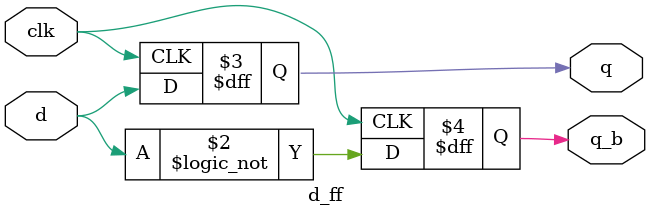
<source format=v>
module d_ff(clk,d,q,q_b);
input clk,d;
output q,q_b;
wire clk,d;
reg q,q_b;

always @ (posedge clk)
begin
    q <=d;
    q_b <=!d;
end

endmodule

</source>
